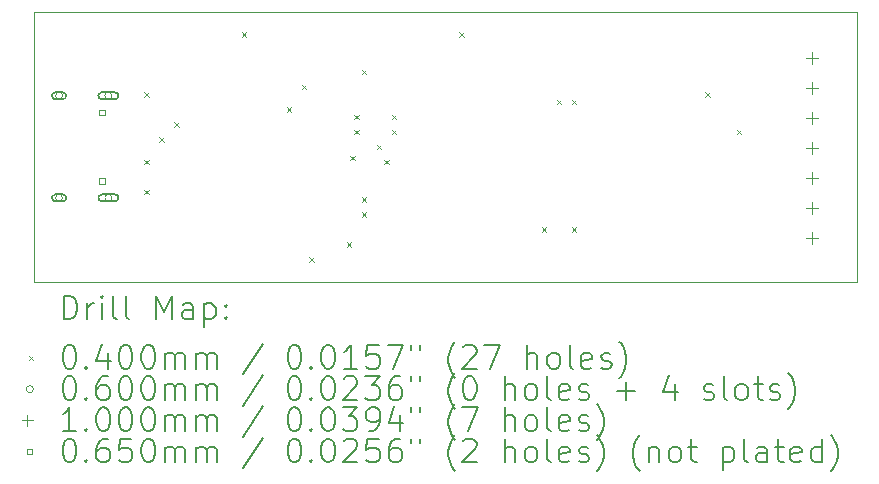
<source format=gbr>
%TF.GenerationSoftware,KiCad,Pcbnew,(6.0.10-dirty)*%
%TF.CreationDate,2022-12-24T01:30:49+01:00*%
%TF.ProjectId,esp32-cy7c65213-programmer,65737033-322d-4637-9937-633635323133,rev?*%
%TF.SameCoordinates,Original*%
%TF.FileFunction,Drillmap*%
%TF.FilePolarity,Positive*%
%FSLAX45Y45*%
G04 Gerber Fmt 4.5, Leading zero omitted, Abs format (unit mm)*
G04 Created by KiCad (PCBNEW (6.0.10-dirty)) date 2022-12-24 01:30:49*
%MOMM*%
%LPD*%
G01*
G04 APERTURE LIST*
%ADD10C,0.100000*%
%ADD11C,0.200000*%
%ADD12C,0.040000*%
%ADD13C,0.060000*%
%ADD14C,0.065000*%
G04 APERTURE END LIST*
D10*
X16052800Y-9715500D02*
X9080500Y-9715500D01*
X9080500Y-9715500D02*
X9080500Y-12001500D01*
X9080500Y-12001500D02*
X16052800Y-12001500D01*
X16052800Y-12001500D02*
X16052800Y-9715500D01*
D11*
D12*
X10013000Y-10394000D02*
X10053000Y-10434000D01*
X10053000Y-10394000D02*
X10013000Y-10434000D01*
X10013000Y-10965500D02*
X10053000Y-11005500D01*
X10053000Y-10965500D02*
X10013000Y-11005500D01*
X10013000Y-11219500D02*
X10053000Y-11259500D01*
X10053000Y-11219500D02*
X10013000Y-11259500D01*
X10140000Y-10775000D02*
X10180000Y-10815000D01*
X10180000Y-10775000D02*
X10140000Y-10815000D01*
X10267000Y-10648000D02*
X10307000Y-10688000D01*
X10307000Y-10648000D02*
X10267000Y-10688000D01*
X10838500Y-9886000D02*
X10878500Y-9926000D01*
X10878500Y-9886000D02*
X10838500Y-9926000D01*
X11219500Y-10521000D02*
X11259500Y-10561000D01*
X11259500Y-10521000D02*
X11219500Y-10561000D01*
X11346500Y-10330500D02*
X11386500Y-10370500D01*
X11386500Y-10330500D02*
X11346500Y-10370500D01*
X11410000Y-11791000D02*
X11450000Y-11831000D01*
X11450000Y-11791000D02*
X11410000Y-11831000D01*
X11727500Y-11664000D02*
X11767500Y-11704000D01*
X11767500Y-11664000D02*
X11727500Y-11704000D01*
X11758500Y-10933000D02*
X11798500Y-10973000D01*
X11798500Y-10933000D02*
X11758500Y-10973000D01*
X11791000Y-10584500D02*
X11831000Y-10624500D01*
X11831000Y-10584500D02*
X11791000Y-10624500D01*
X11791000Y-10711500D02*
X11831000Y-10751500D01*
X11831000Y-10711500D02*
X11791000Y-10751500D01*
X11854500Y-10203500D02*
X11894500Y-10243500D01*
X11894500Y-10203500D02*
X11854500Y-10243500D01*
X11854500Y-11283000D02*
X11894500Y-11323000D01*
X11894500Y-11283000D02*
X11854500Y-11323000D01*
X11854500Y-11410000D02*
X11894500Y-11450000D01*
X11894500Y-11410000D02*
X11854500Y-11450000D01*
X11981500Y-10838500D02*
X12021500Y-10878500D01*
X12021500Y-10838500D02*
X11981500Y-10878500D01*
X12045000Y-10965500D02*
X12085000Y-11005500D01*
X12085000Y-10965500D02*
X12045000Y-11005500D01*
X12108500Y-10584500D02*
X12148500Y-10624500D01*
X12148500Y-10584500D02*
X12108500Y-10624500D01*
X12108500Y-10711500D02*
X12148500Y-10751500D01*
X12148500Y-10711500D02*
X12108500Y-10751500D01*
X12680000Y-9886000D02*
X12720000Y-9926000D01*
X12720000Y-9886000D02*
X12680000Y-9926000D01*
X13378500Y-11537000D02*
X13418500Y-11577000D01*
X13418500Y-11537000D02*
X13378500Y-11577000D01*
X13505500Y-10457500D02*
X13545500Y-10497500D01*
X13545500Y-10457500D02*
X13505500Y-10497500D01*
X13632500Y-10457500D02*
X13672500Y-10497500D01*
X13672500Y-10457500D02*
X13632500Y-10497500D01*
X13632500Y-11537000D02*
X13672500Y-11577000D01*
X13672500Y-11537000D02*
X13632500Y-11577000D01*
X14762800Y-10394000D02*
X14802800Y-10434000D01*
X14802800Y-10394000D02*
X14762800Y-10434000D01*
X15029500Y-10712500D02*
X15069500Y-10752500D01*
X15069500Y-10712500D02*
X15029500Y-10752500D01*
D13*
X9323000Y-10426500D02*
G75*
G03*
X9323000Y-10426500I-30000J0D01*
G01*
D11*
X9323000Y-10396500D02*
X9263000Y-10396500D01*
X9323000Y-10456500D02*
X9263000Y-10456500D01*
X9263000Y-10396500D02*
G75*
G03*
X9263000Y-10456500I0J-30000D01*
G01*
X9323000Y-10456500D02*
G75*
G03*
X9323000Y-10396500I0J30000D01*
G01*
D13*
X9323000Y-11290500D02*
G75*
G03*
X9323000Y-11290500I-30000J0D01*
G01*
D11*
X9323000Y-11260500D02*
X9263000Y-11260500D01*
X9323000Y-11320500D02*
X9263000Y-11320500D01*
X9263000Y-11260500D02*
G75*
G03*
X9263000Y-11320500I0J-30000D01*
G01*
X9323000Y-11320500D02*
G75*
G03*
X9323000Y-11260500I0J30000D01*
G01*
D13*
X9741000Y-10426500D02*
G75*
G03*
X9741000Y-10426500I-30000J0D01*
G01*
D11*
X9766000Y-10396500D02*
X9656000Y-10396500D01*
X9766000Y-10456500D02*
X9656000Y-10456500D01*
X9656000Y-10396500D02*
G75*
G03*
X9656000Y-10456500I0J-30000D01*
G01*
X9766000Y-10456500D02*
G75*
G03*
X9766000Y-10396500I0J30000D01*
G01*
D13*
X9741000Y-11290500D02*
G75*
G03*
X9741000Y-11290500I-30000J0D01*
G01*
D11*
X9766000Y-11260500D02*
X9656000Y-11260500D01*
X9766000Y-11320500D02*
X9656000Y-11320500D01*
X9656000Y-11260500D02*
G75*
G03*
X9656000Y-11320500I0J-30000D01*
G01*
X9766000Y-11320500D02*
G75*
G03*
X9766000Y-11260500I0J30000D01*
G01*
D10*
X15666100Y-10058700D02*
X15666100Y-10158700D01*
X15616100Y-10108700D02*
X15716100Y-10108700D01*
X15666100Y-10312700D02*
X15666100Y-10412700D01*
X15616100Y-10362700D02*
X15716100Y-10362700D01*
X15666100Y-10566700D02*
X15666100Y-10666700D01*
X15616100Y-10616700D02*
X15716100Y-10616700D01*
X15666100Y-10820700D02*
X15666100Y-10920700D01*
X15616100Y-10870700D02*
X15716100Y-10870700D01*
X15666100Y-11074700D02*
X15666100Y-11174700D01*
X15616100Y-11124700D02*
X15716100Y-11124700D01*
X15666100Y-11328700D02*
X15666100Y-11428700D01*
X15616100Y-11378700D02*
X15716100Y-11378700D01*
X15666100Y-11582700D02*
X15666100Y-11682700D01*
X15616100Y-11632700D02*
X15716100Y-11632700D01*
D14*
X9680981Y-10592481D02*
X9680981Y-10546519D01*
X9635019Y-10546519D01*
X9635019Y-10592481D01*
X9680981Y-10592481D01*
X9680981Y-11170481D02*
X9680981Y-11124519D01*
X9635019Y-11124519D01*
X9635019Y-11170481D01*
X9680981Y-11170481D01*
D11*
X9333119Y-12316976D02*
X9333119Y-12116976D01*
X9380738Y-12116976D01*
X9409310Y-12126500D01*
X9428357Y-12145548D01*
X9437881Y-12164595D01*
X9447405Y-12202690D01*
X9447405Y-12231262D01*
X9437881Y-12269357D01*
X9428357Y-12288405D01*
X9409310Y-12307452D01*
X9380738Y-12316976D01*
X9333119Y-12316976D01*
X9533119Y-12316976D02*
X9533119Y-12183643D01*
X9533119Y-12221738D02*
X9542643Y-12202690D01*
X9552167Y-12193167D01*
X9571214Y-12183643D01*
X9590262Y-12183643D01*
X9656929Y-12316976D02*
X9656929Y-12183643D01*
X9656929Y-12116976D02*
X9647405Y-12126500D01*
X9656929Y-12136024D01*
X9666452Y-12126500D01*
X9656929Y-12116976D01*
X9656929Y-12136024D01*
X9780738Y-12316976D02*
X9761690Y-12307452D01*
X9752167Y-12288405D01*
X9752167Y-12116976D01*
X9885500Y-12316976D02*
X9866452Y-12307452D01*
X9856929Y-12288405D01*
X9856929Y-12116976D01*
X10114071Y-12316976D02*
X10114071Y-12116976D01*
X10180738Y-12259833D01*
X10247405Y-12116976D01*
X10247405Y-12316976D01*
X10428357Y-12316976D02*
X10428357Y-12212214D01*
X10418833Y-12193167D01*
X10399786Y-12183643D01*
X10361690Y-12183643D01*
X10342643Y-12193167D01*
X10428357Y-12307452D02*
X10409310Y-12316976D01*
X10361690Y-12316976D01*
X10342643Y-12307452D01*
X10333119Y-12288405D01*
X10333119Y-12269357D01*
X10342643Y-12250309D01*
X10361690Y-12240786D01*
X10409310Y-12240786D01*
X10428357Y-12231262D01*
X10523595Y-12183643D02*
X10523595Y-12383643D01*
X10523595Y-12193167D02*
X10542643Y-12183643D01*
X10580738Y-12183643D01*
X10599786Y-12193167D01*
X10609310Y-12202690D01*
X10618833Y-12221738D01*
X10618833Y-12278881D01*
X10609310Y-12297928D01*
X10599786Y-12307452D01*
X10580738Y-12316976D01*
X10542643Y-12316976D01*
X10523595Y-12307452D01*
X10704548Y-12297928D02*
X10714071Y-12307452D01*
X10704548Y-12316976D01*
X10695024Y-12307452D01*
X10704548Y-12297928D01*
X10704548Y-12316976D01*
X10704548Y-12193167D02*
X10714071Y-12202690D01*
X10704548Y-12212214D01*
X10695024Y-12202690D01*
X10704548Y-12193167D01*
X10704548Y-12212214D01*
D12*
X9035500Y-12626500D02*
X9075500Y-12666500D01*
X9075500Y-12626500D02*
X9035500Y-12666500D01*
D11*
X9371214Y-12536976D02*
X9390262Y-12536976D01*
X9409310Y-12546500D01*
X9418833Y-12556024D01*
X9428357Y-12575071D01*
X9437881Y-12613167D01*
X9437881Y-12660786D01*
X9428357Y-12698881D01*
X9418833Y-12717928D01*
X9409310Y-12727452D01*
X9390262Y-12736976D01*
X9371214Y-12736976D01*
X9352167Y-12727452D01*
X9342643Y-12717928D01*
X9333119Y-12698881D01*
X9323595Y-12660786D01*
X9323595Y-12613167D01*
X9333119Y-12575071D01*
X9342643Y-12556024D01*
X9352167Y-12546500D01*
X9371214Y-12536976D01*
X9523595Y-12717928D02*
X9533119Y-12727452D01*
X9523595Y-12736976D01*
X9514071Y-12727452D01*
X9523595Y-12717928D01*
X9523595Y-12736976D01*
X9704548Y-12603643D02*
X9704548Y-12736976D01*
X9656929Y-12527452D02*
X9609310Y-12670309D01*
X9733119Y-12670309D01*
X9847405Y-12536976D02*
X9866452Y-12536976D01*
X9885500Y-12546500D01*
X9895024Y-12556024D01*
X9904548Y-12575071D01*
X9914071Y-12613167D01*
X9914071Y-12660786D01*
X9904548Y-12698881D01*
X9895024Y-12717928D01*
X9885500Y-12727452D01*
X9866452Y-12736976D01*
X9847405Y-12736976D01*
X9828357Y-12727452D01*
X9818833Y-12717928D01*
X9809310Y-12698881D01*
X9799786Y-12660786D01*
X9799786Y-12613167D01*
X9809310Y-12575071D01*
X9818833Y-12556024D01*
X9828357Y-12546500D01*
X9847405Y-12536976D01*
X10037881Y-12536976D02*
X10056929Y-12536976D01*
X10075976Y-12546500D01*
X10085500Y-12556024D01*
X10095024Y-12575071D01*
X10104548Y-12613167D01*
X10104548Y-12660786D01*
X10095024Y-12698881D01*
X10085500Y-12717928D01*
X10075976Y-12727452D01*
X10056929Y-12736976D01*
X10037881Y-12736976D01*
X10018833Y-12727452D01*
X10009310Y-12717928D01*
X9999786Y-12698881D01*
X9990262Y-12660786D01*
X9990262Y-12613167D01*
X9999786Y-12575071D01*
X10009310Y-12556024D01*
X10018833Y-12546500D01*
X10037881Y-12536976D01*
X10190262Y-12736976D02*
X10190262Y-12603643D01*
X10190262Y-12622690D02*
X10199786Y-12613167D01*
X10218833Y-12603643D01*
X10247405Y-12603643D01*
X10266452Y-12613167D01*
X10275976Y-12632214D01*
X10275976Y-12736976D01*
X10275976Y-12632214D02*
X10285500Y-12613167D01*
X10304548Y-12603643D01*
X10333119Y-12603643D01*
X10352167Y-12613167D01*
X10361690Y-12632214D01*
X10361690Y-12736976D01*
X10456929Y-12736976D02*
X10456929Y-12603643D01*
X10456929Y-12622690D02*
X10466452Y-12613167D01*
X10485500Y-12603643D01*
X10514071Y-12603643D01*
X10533119Y-12613167D01*
X10542643Y-12632214D01*
X10542643Y-12736976D01*
X10542643Y-12632214D02*
X10552167Y-12613167D01*
X10571214Y-12603643D01*
X10599786Y-12603643D01*
X10618833Y-12613167D01*
X10628357Y-12632214D01*
X10628357Y-12736976D01*
X11018833Y-12527452D02*
X10847405Y-12784595D01*
X11275976Y-12536976D02*
X11295024Y-12536976D01*
X11314071Y-12546500D01*
X11323595Y-12556024D01*
X11333119Y-12575071D01*
X11342643Y-12613167D01*
X11342643Y-12660786D01*
X11333119Y-12698881D01*
X11323595Y-12717928D01*
X11314071Y-12727452D01*
X11295024Y-12736976D01*
X11275976Y-12736976D01*
X11256928Y-12727452D01*
X11247405Y-12717928D01*
X11237881Y-12698881D01*
X11228357Y-12660786D01*
X11228357Y-12613167D01*
X11237881Y-12575071D01*
X11247405Y-12556024D01*
X11256928Y-12546500D01*
X11275976Y-12536976D01*
X11428357Y-12717928D02*
X11437881Y-12727452D01*
X11428357Y-12736976D01*
X11418833Y-12727452D01*
X11428357Y-12717928D01*
X11428357Y-12736976D01*
X11561690Y-12536976D02*
X11580738Y-12536976D01*
X11599786Y-12546500D01*
X11609309Y-12556024D01*
X11618833Y-12575071D01*
X11628357Y-12613167D01*
X11628357Y-12660786D01*
X11618833Y-12698881D01*
X11609309Y-12717928D01*
X11599786Y-12727452D01*
X11580738Y-12736976D01*
X11561690Y-12736976D01*
X11542643Y-12727452D01*
X11533119Y-12717928D01*
X11523595Y-12698881D01*
X11514071Y-12660786D01*
X11514071Y-12613167D01*
X11523595Y-12575071D01*
X11533119Y-12556024D01*
X11542643Y-12546500D01*
X11561690Y-12536976D01*
X11818833Y-12736976D02*
X11704548Y-12736976D01*
X11761690Y-12736976D02*
X11761690Y-12536976D01*
X11742643Y-12565548D01*
X11723595Y-12584595D01*
X11704548Y-12594119D01*
X11999786Y-12536976D02*
X11904548Y-12536976D01*
X11895024Y-12632214D01*
X11904548Y-12622690D01*
X11923595Y-12613167D01*
X11971214Y-12613167D01*
X11990262Y-12622690D01*
X11999786Y-12632214D01*
X12009309Y-12651262D01*
X12009309Y-12698881D01*
X11999786Y-12717928D01*
X11990262Y-12727452D01*
X11971214Y-12736976D01*
X11923595Y-12736976D01*
X11904548Y-12727452D01*
X11895024Y-12717928D01*
X12075976Y-12536976D02*
X12209309Y-12536976D01*
X12123595Y-12736976D01*
X12275976Y-12536976D02*
X12275976Y-12575071D01*
X12352167Y-12536976D02*
X12352167Y-12575071D01*
X12647405Y-12813167D02*
X12637881Y-12803643D01*
X12618833Y-12775071D01*
X12609309Y-12756024D01*
X12599786Y-12727452D01*
X12590262Y-12679833D01*
X12590262Y-12641738D01*
X12599786Y-12594119D01*
X12609309Y-12565548D01*
X12618833Y-12546500D01*
X12637881Y-12517928D01*
X12647405Y-12508405D01*
X12714071Y-12556024D02*
X12723595Y-12546500D01*
X12742643Y-12536976D01*
X12790262Y-12536976D01*
X12809309Y-12546500D01*
X12818833Y-12556024D01*
X12828357Y-12575071D01*
X12828357Y-12594119D01*
X12818833Y-12622690D01*
X12704548Y-12736976D01*
X12828357Y-12736976D01*
X12895024Y-12536976D02*
X13028357Y-12536976D01*
X12942643Y-12736976D01*
X13256928Y-12736976D02*
X13256928Y-12536976D01*
X13342643Y-12736976D02*
X13342643Y-12632214D01*
X13333119Y-12613167D01*
X13314071Y-12603643D01*
X13285500Y-12603643D01*
X13266452Y-12613167D01*
X13256928Y-12622690D01*
X13466452Y-12736976D02*
X13447405Y-12727452D01*
X13437881Y-12717928D01*
X13428357Y-12698881D01*
X13428357Y-12641738D01*
X13437881Y-12622690D01*
X13447405Y-12613167D01*
X13466452Y-12603643D01*
X13495024Y-12603643D01*
X13514071Y-12613167D01*
X13523595Y-12622690D01*
X13533119Y-12641738D01*
X13533119Y-12698881D01*
X13523595Y-12717928D01*
X13514071Y-12727452D01*
X13495024Y-12736976D01*
X13466452Y-12736976D01*
X13647405Y-12736976D02*
X13628357Y-12727452D01*
X13618833Y-12708405D01*
X13618833Y-12536976D01*
X13799786Y-12727452D02*
X13780738Y-12736976D01*
X13742643Y-12736976D01*
X13723595Y-12727452D01*
X13714071Y-12708405D01*
X13714071Y-12632214D01*
X13723595Y-12613167D01*
X13742643Y-12603643D01*
X13780738Y-12603643D01*
X13799786Y-12613167D01*
X13809309Y-12632214D01*
X13809309Y-12651262D01*
X13714071Y-12670309D01*
X13885500Y-12727452D02*
X13904548Y-12736976D01*
X13942643Y-12736976D01*
X13961690Y-12727452D01*
X13971214Y-12708405D01*
X13971214Y-12698881D01*
X13961690Y-12679833D01*
X13942643Y-12670309D01*
X13914071Y-12670309D01*
X13895024Y-12660786D01*
X13885500Y-12641738D01*
X13885500Y-12632214D01*
X13895024Y-12613167D01*
X13914071Y-12603643D01*
X13942643Y-12603643D01*
X13961690Y-12613167D01*
X14037881Y-12813167D02*
X14047405Y-12803643D01*
X14066452Y-12775071D01*
X14075976Y-12756024D01*
X14085500Y-12727452D01*
X14095024Y-12679833D01*
X14095024Y-12641738D01*
X14085500Y-12594119D01*
X14075976Y-12565548D01*
X14066452Y-12546500D01*
X14047405Y-12517928D01*
X14037881Y-12508405D01*
D13*
X9075500Y-12910500D02*
G75*
G03*
X9075500Y-12910500I-30000J0D01*
G01*
D11*
X9371214Y-12800976D02*
X9390262Y-12800976D01*
X9409310Y-12810500D01*
X9418833Y-12820024D01*
X9428357Y-12839071D01*
X9437881Y-12877167D01*
X9437881Y-12924786D01*
X9428357Y-12962881D01*
X9418833Y-12981928D01*
X9409310Y-12991452D01*
X9390262Y-13000976D01*
X9371214Y-13000976D01*
X9352167Y-12991452D01*
X9342643Y-12981928D01*
X9333119Y-12962881D01*
X9323595Y-12924786D01*
X9323595Y-12877167D01*
X9333119Y-12839071D01*
X9342643Y-12820024D01*
X9352167Y-12810500D01*
X9371214Y-12800976D01*
X9523595Y-12981928D02*
X9533119Y-12991452D01*
X9523595Y-13000976D01*
X9514071Y-12991452D01*
X9523595Y-12981928D01*
X9523595Y-13000976D01*
X9704548Y-12800976D02*
X9666452Y-12800976D01*
X9647405Y-12810500D01*
X9637881Y-12820024D01*
X9618833Y-12848595D01*
X9609310Y-12886690D01*
X9609310Y-12962881D01*
X9618833Y-12981928D01*
X9628357Y-12991452D01*
X9647405Y-13000976D01*
X9685500Y-13000976D01*
X9704548Y-12991452D01*
X9714071Y-12981928D01*
X9723595Y-12962881D01*
X9723595Y-12915262D01*
X9714071Y-12896214D01*
X9704548Y-12886690D01*
X9685500Y-12877167D01*
X9647405Y-12877167D01*
X9628357Y-12886690D01*
X9618833Y-12896214D01*
X9609310Y-12915262D01*
X9847405Y-12800976D02*
X9866452Y-12800976D01*
X9885500Y-12810500D01*
X9895024Y-12820024D01*
X9904548Y-12839071D01*
X9914071Y-12877167D01*
X9914071Y-12924786D01*
X9904548Y-12962881D01*
X9895024Y-12981928D01*
X9885500Y-12991452D01*
X9866452Y-13000976D01*
X9847405Y-13000976D01*
X9828357Y-12991452D01*
X9818833Y-12981928D01*
X9809310Y-12962881D01*
X9799786Y-12924786D01*
X9799786Y-12877167D01*
X9809310Y-12839071D01*
X9818833Y-12820024D01*
X9828357Y-12810500D01*
X9847405Y-12800976D01*
X10037881Y-12800976D02*
X10056929Y-12800976D01*
X10075976Y-12810500D01*
X10085500Y-12820024D01*
X10095024Y-12839071D01*
X10104548Y-12877167D01*
X10104548Y-12924786D01*
X10095024Y-12962881D01*
X10085500Y-12981928D01*
X10075976Y-12991452D01*
X10056929Y-13000976D01*
X10037881Y-13000976D01*
X10018833Y-12991452D01*
X10009310Y-12981928D01*
X9999786Y-12962881D01*
X9990262Y-12924786D01*
X9990262Y-12877167D01*
X9999786Y-12839071D01*
X10009310Y-12820024D01*
X10018833Y-12810500D01*
X10037881Y-12800976D01*
X10190262Y-13000976D02*
X10190262Y-12867643D01*
X10190262Y-12886690D02*
X10199786Y-12877167D01*
X10218833Y-12867643D01*
X10247405Y-12867643D01*
X10266452Y-12877167D01*
X10275976Y-12896214D01*
X10275976Y-13000976D01*
X10275976Y-12896214D02*
X10285500Y-12877167D01*
X10304548Y-12867643D01*
X10333119Y-12867643D01*
X10352167Y-12877167D01*
X10361690Y-12896214D01*
X10361690Y-13000976D01*
X10456929Y-13000976D02*
X10456929Y-12867643D01*
X10456929Y-12886690D02*
X10466452Y-12877167D01*
X10485500Y-12867643D01*
X10514071Y-12867643D01*
X10533119Y-12877167D01*
X10542643Y-12896214D01*
X10542643Y-13000976D01*
X10542643Y-12896214D02*
X10552167Y-12877167D01*
X10571214Y-12867643D01*
X10599786Y-12867643D01*
X10618833Y-12877167D01*
X10628357Y-12896214D01*
X10628357Y-13000976D01*
X11018833Y-12791452D02*
X10847405Y-13048595D01*
X11275976Y-12800976D02*
X11295024Y-12800976D01*
X11314071Y-12810500D01*
X11323595Y-12820024D01*
X11333119Y-12839071D01*
X11342643Y-12877167D01*
X11342643Y-12924786D01*
X11333119Y-12962881D01*
X11323595Y-12981928D01*
X11314071Y-12991452D01*
X11295024Y-13000976D01*
X11275976Y-13000976D01*
X11256928Y-12991452D01*
X11247405Y-12981928D01*
X11237881Y-12962881D01*
X11228357Y-12924786D01*
X11228357Y-12877167D01*
X11237881Y-12839071D01*
X11247405Y-12820024D01*
X11256928Y-12810500D01*
X11275976Y-12800976D01*
X11428357Y-12981928D02*
X11437881Y-12991452D01*
X11428357Y-13000976D01*
X11418833Y-12991452D01*
X11428357Y-12981928D01*
X11428357Y-13000976D01*
X11561690Y-12800976D02*
X11580738Y-12800976D01*
X11599786Y-12810500D01*
X11609309Y-12820024D01*
X11618833Y-12839071D01*
X11628357Y-12877167D01*
X11628357Y-12924786D01*
X11618833Y-12962881D01*
X11609309Y-12981928D01*
X11599786Y-12991452D01*
X11580738Y-13000976D01*
X11561690Y-13000976D01*
X11542643Y-12991452D01*
X11533119Y-12981928D01*
X11523595Y-12962881D01*
X11514071Y-12924786D01*
X11514071Y-12877167D01*
X11523595Y-12839071D01*
X11533119Y-12820024D01*
X11542643Y-12810500D01*
X11561690Y-12800976D01*
X11704548Y-12820024D02*
X11714071Y-12810500D01*
X11733119Y-12800976D01*
X11780738Y-12800976D01*
X11799786Y-12810500D01*
X11809309Y-12820024D01*
X11818833Y-12839071D01*
X11818833Y-12858119D01*
X11809309Y-12886690D01*
X11695024Y-13000976D01*
X11818833Y-13000976D01*
X11885500Y-12800976D02*
X12009309Y-12800976D01*
X11942643Y-12877167D01*
X11971214Y-12877167D01*
X11990262Y-12886690D01*
X11999786Y-12896214D01*
X12009309Y-12915262D01*
X12009309Y-12962881D01*
X11999786Y-12981928D01*
X11990262Y-12991452D01*
X11971214Y-13000976D01*
X11914071Y-13000976D01*
X11895024Y-12991452D01*
X11885500Y-12981928D01*
X12180738Y-12800976D02*
X12142643Y-12800976D01*
X12123595Y-12810500D01*
X12114071Y-12820024D01*
X12095024Y-12848595D01*
X12085500Y-12886690D01*
X12085500Y-12962881D01*
X12095024Y-12981928D01*
X12104548Y-12991452D01*
X12123595Y-13000976D01*
X12161690Y-13000976D01*
X12180738Y-12991452D01*
X12190262Y-12981928D01*
X12199786Y-12962881D01*
X12199786Y-12915262D01*
X12190262Y-12896214D01*
X12180738Y-12886690D01*
X12161690Y-12877167D01*
X12123595Y-12877167D01*
X12104548Y-12886690D01*
X12095024Y-12896214D01*
X12085500Y-12915262D01*
X12275976Y-12800976D02*
X12275976Y-12839071D01*
X12352167Y-12800976D02*
X12352167Y-12839071D01*
X12647405Y-13077167D02*
X12637881Y-13067643D01*
X12618833Y-13039071D01*
X12609309Y-13020024D01*
X12599786Y-12991452D01*
X12590262Y-12943833D01*
X12590262Y-12905738D01*
X12599786Y-12858119D01*
X12609309Y-12829548D01*
X12618833Y-12810500D01*
X12637881Y-12781928D01*
X12647405Y-12772405D01*
X12761690Y-12800976D02*
X12780738Y-12800976D01*
X12799786Y-12810500D01*
X12809309Y-12820024D01*
X12818833Y-12839071D01*
X12828357Y-12877167D01*
X12828357Y-12924786D01*
X12818833Y-12962881D01*
X12809309Y-12981928D01*
X12799786Y-12991452D01*
X12780738Y-13000976D01*
X12761690Y-13000976D01*
X12742643Y-12991452D01*
X12733119Y-12981928D01*
X12723595Y-12962881D01*
X12714071Y-12924786D01*
X12714071Y-12877167D01*
X12723595Y-12839071D01*
X12733119Y-12820024D01*
X12742643Y-12810500D01*
X12761690Y-12800976D01*
X13066452Y-13000976D02*
X13066452Y-12800976D01*
X13152167Y-13000976D02*
X13152167Y-12896214D01*
X13142643Y-12877167D01*
X13123595Y-12867643D01*
X13095024Y-12867643D01*
X13075976Y-12877167D01*
X13066452Y-12886690D01*
X13275976Y-13000976D02*
X13256928Y-12991452D01*
X13247405Y-12981928D01*
X13237881Y-12962881D01*
X13237881Y-12905738D01*
X13247405Y-12886690D01*
X13256928Y-12877167D01*
X13275976Y-12867643D01*
X13304548Y-12867643D01*
X13323595Y-12877167D01*
X13333119Y-12886690D01*
X13342643Y-12905738D01*
X13342643Y-12962881D01*
X13333119Y-12981928D01*
X13323595Y-12991452D01*
X13304548Y-13000976D01*
X13275976Y-13000976D01*
X13456928Y-13000976D02*
X13437881Y-12991452D01*
X13428357Y-12972405D01*
X13428357Y-12800976D01*
X13609309Y-12991452D02*
X13590262Y-13000976D01*
X13552167Y-13000976D01*
X13533119Y-12991452D01*
X13523595Y-12972405D01*
X13523595Y-12896214D01*
X13533119Y-12877167D01*
X13552167Y-12867643D01*
X13590262Y-12867643D01*
X13609309Y-12877167D01*
X13618833Y-12896214D01*
X13618833Y-12915262D01*
X13523595Y-12934309D01*
X13695024Y-12991452D02*
X13714071Y-13000976D01*
X13752167Y-13000976D01*
X13771214Y-12991452D01*
X13780738Y-12972405D01*
X13780738Y-12962881D01*
X13771214Y-12943833D01*
X13752167Y-12934309D01*
X13723595Y-12934309D01*
X13704548Y-12924786D01*
X13695024Y-12905738D01*
X13695024Y-12896214D01*
X13704548Y-12877167D01*
X13723595Y-12867643D01*
X13752167Y-12867643D01*
X13771214Y-12877167D01*
X14018833Y-12924786D02*
X14171214Y-12924786D01*
X14095024Y-13000976D02*
X14095024Y-12848595D01*
X14504548Y-12867643D02*
X14504548Y-13000976D01*
X14456928Y-12791452D02*
X14409309Y-12934309D01*
X14533119Y-12934309D01*
X14752167Y-12991452D02*
X14771214Y-13000976D01*
X14809309Y-13000976D01*
X14828357Y-12991452D01*
X14837881Y-12972405D01*
X14837881Y-12962881D01*
X14828357Y-12943833D01*
X14809309Y-12934309D01*
X14780738Y-12934309D01*
X14761690Y-12924786D01*
X14752167Y-12905738D01*
X14752167Y-12896214D01*
X14761690Y-12877167D01*
X14780738Y-12867643D01*
X14809309Y-12867643D01*
X14828357Y-12877167D01*
X14952167Y-13000976D02*
X14933119Y-12991452D01*
X14923595Y-12972405D01*
X14923595Y-12800976D01*
X15056928Y-13000976D02*
X15037881Y-12991452D01*
X15028357Y-12981928D01*
X15018833Y-12962881D01*
X15018833Y-12905738D01*
X15028357Y-12886690D01*
X15037881Y-12877167D01*
X15056928Y-12867643D01*
X15085500Y-12867643D01*
X15104548Y-12877167D01*
X15114071Y-12886690D01*
X15123595Y-12905738D01*
X15123595Y-12962881D01*
X15114071Y-12981928D01*
X15104548Y-12991452D01*
X15085500Y-13000976D01*
X15056928Y-13000976D01*
X15180738Y-12867643D02*
X15256928Y-12867643D01*
X15209309Y-12800976D02*
X15209309Y-12972405D01*
X15218833Y-12991452D01*
X15237881Y-13000976D01*
X15256928Y-13000976D01*
X15314071Y-12991452D02*
X15333119Y-13000976D01*
X15371214Y-13000976D01*
X15390262Y-12991452D01*
X15399786Y-12972405D01*
X15399786Y-12962881D01*
X15390262Y-12943833D01*
X15371214Y-12934309D01*
X15342643Y-12934309D01*
X15323595Y-12924786D01*
X15314071Y-12905738D01*
X15314071Y-12896214D01*
X15323595Y-12877167D01*
X15342643Y-12867643D01*
X15371214Y-12867643D01*
X15390262Y-12877167D01*
X15466452Y-13077167D02*
X15475976Y-13067643D01*
X15495024Y-13039071D01*
X15504548Y-13020024D01*
X15514071Y-12991452D01*
X15523595Y-12943833D01*
X15523595Y-12905738D01*
X15514071Y-12858119D01*
X15504548Y-12829548D01*
X15495024Y-12810500D01*
X15475976Y-12781928D01*
X15466452Y-12772405D01*
D10*
X9025500Y-13124500D02*
X9025500Y-13224500D01*
X8975500Y-13174500D02*
X9075500Y-13174500D01*
D11*
X9437881Y-13264976D02*
X9323595Y-13264976D01*
X9380738Y-13264976D02*
X9380738Y-13064976D01*
X9361690Y-13093548D01*
X9342643Y-13112595D01*
X9323595Y-13122119D01*
X9523595Y-13245928D02*
X9533119Y-13255452D01*
X9523595Y-13264976D01*
X9514071Y-13255452D01*
X9523595Y-13245928D01*
X9523595Y-13264976D01*
X9656929Y-13064976D02*
X9675976Y-13064976D01*
X9695024Y-13074500D01*
X9704548Y-13084024D01*
X9714071Y-13103071D01*
X9723595Y-13141167D01*
X9723595Y-13188786D01*
X9714071Y-13226881D01*
X9704548Y-13245928D01*
X9695024Y-13255452D01*
X9675976Y-13264976D01*
X9656929Y-13264976D01*
X9637881Y-13255452D01*
X9628357Y-13245928D01*
X9618833Y-13226881D01*
X9609310Y-13188786D01*
X9609310Y-13141167D01*
X9618833Y-13103071D01*
X9628357Y-13084024D01*
X9637881Y-13074500D01*
X9656929Y-13064976D01*
X9847405Y-13064976D02*
X9866452Y-13064976D01*
X9885500Y-13074500D01*
X9895024Y-13084024D01*
X9904548Y-13103071D01*
X9914071Y-13141167D01*
X9914071Y-13188786D01*
X9904548Y-13226881D01*
X9895024Y-13245928D01*
X9885500Y-13255452D01*
X9866452Y-13264976D01*
X9847405Y-13264976D01*
X9828357Y-13255452D01*
X9818833Y-13245928D01*
X9809310Y-13226881D01*
X9799786Y-13188786D01*
X9799786Y-13141167D01*
X9809310Y-13103071D01*
X9818833Y-13084024D01*
X9828357Y-13074500D01*
X9847405Y-13064976D01*
X10037881Y-13064976D02*
X10056929Y-13064976D01*
X10075976Y-13074500D01*
X10085500Y-13084024D01*
X10095024Y-13103071D01*
X10104548Y-13141167D01*
X10104548Y-13188786D01*
X10095024Y-13226881D01*
X10085500Y-13245928D01*
X10075976Y-13255452D01*
X10056929Y-13264976D01*
X10037881Y-13264976D01*
X10018833Y-13255452D01*
X10009310Y-13245928D01*
X9999786Y-13226881D01*
X9990262Y-13188786D01*
X9990262Y-13141167D01*
X9999786Y-13103071D01*
X10009310Y-13084024D01*
X10018833Y-13074500D01*
X10037881Y-13064976D01*
X10190262Y-13264976D02*
X10190262Y-13131643D01*
X10190262Y-13150690D02*
X10199786Y-13141167D01*
X10218833Y-13131643D01*
X10247405Y-13131643D01*
X10266452Y-13141167D01*
X10275976Y-13160214D01*
X10275976Y-13264976D01*
X10275976Y-13160214D02*
X10285500Y-13141167D01*
X10304548Y-13131643D01*
X10333119Y-13131643D01*
X10352167Y-13141167D01*
X10361690Y-13160214D01*
X10361690Y-13264976D01*
X10456929Y-13264976D02*
X10456929Y-13131643D01*
X10456929Y-13150690D02*
X10466452Y-13141167D01*
X10485500Y-13131643D01*
X10514071Y-13131643D01*
X10533119Y-13141167D01*
X10542643Y-13160214D01*
X10542643Y-13264976D01*
X10542643Y-13160214D02*
X10552167Y-13141167D01*
X10571214Y-13131643D01*
X10599786Y-13131643D01*
X10618833Y-13141167D01*
X10628357Y-13160214D01*
X10628357Y-13264976D01*
X11018833Y-13055452D02*
X10847405Y-13312595D01*
X11275976Y-13064976D02*
X11295024Y-13064976D01*
X11314071Y-13074500D01*
X11323595Y-13084024D01*
X11333119Y-13103071D01*
X11342643Y-13141167D01*
X11342643Y-13188786D01*
X11333119Y-13226881D01*
X11323595Y-13245928D01*
X11314071Y-13255452D01*
X11295024Y-13264976D01*
X11275976Y-13264976D01*
X11256928Y-13255452D01*
X11247405Y-13245928D01*
X11237881Y-13226881D01*
X11228357Y-13188786D01*
X11228357Y-13141167D01*
X11237881Y-13103071D01*
X11247405Y-13084024D01*
X11256928Y-13074500D01*
X11275976Y-13064976D01*
X11428357Y-13245928D02*
X11437881Y-13255452D01*
X11428357Y-13264976D01*
X11418833Y-13255452D01*
X11428357Y-13245928D01*
X11428357Y-13264976D01*
X11561690Y-13064976D02*
X11580738Y-13064976D01*
X11599786Y-13074500D01*
X11609309Y-13084024D01*
X11618833Y-13103071D01*
X11628357Y-13141167D01*
X11628357Y-13188786D01*
X11618833Y-13226881D01*
X11609309Y-13245928D01*
X11599786Y-13255452D01*
X11580738Y-13264976D01*
X11561690Y-13264976D01*
X11542643Y-13255452D01*
X11533119Y-13245928D01*
X11523595Y-13226881D01*
X11514071Y-13188786D01*
X11514071Y-13141167D01*
X11523595Y-13103071D01*
X11533119Y-13084024D01*
X11542643Y-13074500D01*
X11561690Y-13064976D01*
X11695024Y-13064976D02*
X11818833Y-13064976D01*
X11752167Y-13141167D01*
X11780738Y-13141167D01*
X11799786Y-13150690D01*
X11809309Y-13160214D01*
X11818833Y-13179262D01*
X11818833Y-13226881D01*
X11809309Y-13245928D01*
X11799786Y-13255452D01*
X11780738Y-13264976D01*
X11723595Y-13264976D01*
X11704548Y-13255452D01*
X11695024Y-13245928D01*
X11914071Y-13264976D02*
X11952167Y-13264976D01*
X11971214Y-13255452D01*
X11980738Y-13245928D01*
X11999786Y-13217357D01*
X12009309Y-13179262D01*
X12009309Y-13103071D01*
X11999786Y-13084024D01*
X11990262Y-13074500D01*
X11971214Y-13064976D01*
X11933119Y-13064976D01*
X11914071Y-13074500D01*
X11904548Y-13084024D01*
X11895024Y-13103071D01*
X11895024Y-13150690D01*
X11904548Y-13169738D01*
X11914071Y-13179262D01*
X11933119Y-13188786D01*
X11971214Y-13188786D01*
X11990262Y-13179262D01*
X11999786Y-13169738D01*
X12009309Y-13150690D01*
X12180738Y-13131643D02*
X12180738Y-13264976D01*
X12133119Y-13055452D02*
X12085500Y-13198309D01*
X12209309Y-13198309D01*
X12275976Y-13064976D02*
X12275976Y-13103071D01*
X12352167Y-13064976D02*
X12352167Y-13103071D01*
X12647405Y-13341167D02*
X12637881Y-13331643D01*
X12618833Y-13303071D01*
X12609309Y-13284024D01*
X12599786Y-13255452D01*
X12590262Y-13207833D01*
X12590262Y-13169738D01*
X12599786Y-13122119D01*
X12609309Y-13093548D01*
X12618833Y-13074500D01*
X12637881Y-13045928D01*
X12647405Y-13036405D01*
X12704548Y-13064976D02*
X12837881Y-13064976D01*
X12752167Y-13264976D01*
X13066452Y-13264976D02*
X13066452Y-13064976D01*
X13152167Y-13264976D02*
X13152167Y-13160214D01*
X13142643Y-13141167D01*
X13123595Y-13131643D01*
X13095024Y-13131643D01*
X13075976Y-13141167D01*
X13066452Y-13150690D01*
X13275976Y-13264976D02*
X13256928Y-13255452D01*
X13247405Y-13245928D01*
X13237881Y-13226881D01*
X13237881Y-13169738D01*
X13247405Y-13150690D01*
X13256928Y-13141167D01*
X13275976Y-13131643D01*
X13304548Y-13131643D01*
X13323595Y-13141167D01*
X13333119Y-13150690D01*
X13342643Y-13169738D01*
X13342643Y-13226881D01*
X13333119Y-13245928D01*
X13323595Y-13255452D01*
X13304548Y-13264976D01*
X13275976Y-13264976D01*
X13456928Y-13264976D02*
X13437881Y-13255452D01*
X13428357Y-13236405D01*
X13428357Y-13064976D01*
X13609309Y-13255452D02*
X13590262Y-13264976D01*
X13552167Y-13264976D01*
X13533119Y-13255452D01*
X13523595Y-13236405D01*
X13523595Y-13160214D01*
X13533119Y-13141167D01*
X13552167Y-13131643D01*
X13590262Y-13131643D01*
X13609309Y-13141167D01*
X13618833Y-13160214D01*
X13618833Y-13179262D01*
X13523595Y-13198309D01*
X13695024Y-13255452D02*
X13714071Y-13264976D01*
X13752167Y-13264976D01*
X13771214Y-13255452D01*
X13780738Y-13236405D01*
X13780738Y-13226881D01*
X13771214Y-13207833D01*
X13752167Y-13198309D01*
X13723595Y-13198309D01*
X13704548Y-13188786D01*
X13695024Y-13169738D01*
X13695024Y-13160214D01*
X13704548Y-13141167D01*
X13723595Y-13131643D01*
X13752167Y-13131643D01*
X13771214Y-13141167D01*
X13847405Y-13341167D02*
X13856928Y-13331643D01*
X13875976Y-13303071D01*
X13885500Y-13284024D01*
X13895024Y-13255452D01*
X13904548Y-13207833D01*
X13904548Y-13169738D01*
X13895024Y-13122119D01*
X13885500Y-13093548D01*
X13875976Y-13074500D01*
X13856928Y-13045928D01*
X13847405Y-13036405D01*
D14*
X9065981Y-13461481D02*
X9065981Y-13415519D01*
X9020019Y-13415519D01*
X9020019Y-13461481D01*
X9065981Y-13461481D01*
D11*
X9371214Y-13328976D02*
X9390262Y-13328976D01*
X9409310Y-13338500D01*
X9418833Y-13348024D01*
X9428357Y-13367071D01*
X9437881Y-13405167D01*
X9437881Y-13452786D01*
X9428357Y-13490881D01*
X9418833Y-13509928D01*
X9409310Y-13519452D01*
X9390262Y-13528976D01*
X9371214Y-13528976D01*
X9352167Y-13519452D01*
X9342643Y-13509928D01*
X9333119Y-13490881D01*
X9323595Y-13452786D01*
X9323595Y-13405167D01*
X9333119Y-13367071D01*
X9342643Y-13348024D01*
X9352167Y-13338500D01*
X9371214Y-13328976D01*
X9523595Y-13509928D02*
X9533119Y-13519452D01*
X9523595Y-13528976D01*
X9514071Y-13519452D01*
X9523595Y-13509928D01*
X9523595Y-13528976D01*
X9704548Y-13328976D02*
X9666452Y-13328976D01*
X9647405Y-13338500D01*
X9637881Y-13348024D01*
X9618833Y-13376595D01*
X9609310Y-13414690D01*
X9609310Y-13490881D01*
X9618833Y-13509928D01*
X9628357Y-13519452D01*
X9647405Y-13528976D01*
X9685500Y-13528976D01*
X9704548Y-13519452D01*
X9714071Y-13509928D01*
X9723595Y-13490881D01*
X9723595Y-13443262D01*
X9714071Y-13424214D01*
X9704548Y-13414690D01*
X9685500Y-13405167D01*
X9647405Y-13405167D01*
X9628357Y-13414690D01*
X9618833Y-13424214D01*
X9609310Y-13443262D01*
X9904548Y-13328976D02*
X9809310Y-13328976D01*
X9799786Y-13424214D01*
X9809310Y-13414690D01*
X9828357Y-13405167D01*
X9875976Y-13405167D01*
X9895024Y-13414690D01*
X9904548Y-13424214D01*
X9914071Y-13443262D01*
X9914071Y-13490881D01*
X9904548Y-13509928D01*
X9895024Y-13519452D01*
X9875976Y-13528976D01*
X9828357Y-13528976D01*
X9809310Y-13519452D01*
X9799786Y-13509928D01*
X10037881Y-13328976D02*
X10056929Y-13328976D01*
X10075976Y-13338500D01*
X10085500Y-13348024D01*
X10095024Y-13367071D01*
X10104548Y-13405167D01*
X10104548Y-13452786D01*
X10095024Y-13490881D01*
X10085500Y-13509928D01*
X10075976Y-13519452D01*
X10056929Y-13528976D01*
X10037881Y-13528976D01*
X10018833Y-13519452D01*
X10009310Y-13509928D01*
X9999786Y-13490881D01*
X9990262Y-13452786D01*
X9990262Y-13405167D01*
X9999786Y-13367071D01*
X10009310Y-13348024D01*
X10018833Y-13338500D01*
X10037881Y-13328976D01*
X10190262Y-13528976D02*
X10190262Y-13395643D01*
X10190262Y-13414690D02*
X10199786Y-13405167D01*
X10218833Y-13395643D01*
X10247405Y-13395643D01*
X10266452Y-13405167D01*
X10275976Y-13424214D01*
X10275976Y-13528976D01*
X10275976Y-13424214D02*
X10285500Y-13405167D01*
X10304548Y-13395643D01*
X10333119Y-13395643D01*
X10352167Y-13405167D01*
X10361690Y-13424214D01*
X10361690Y-13528976D01*
X10456929Y-13528976D02*
X10456929Y-13395643D01*
X10456929Y-13414690D02*
X10466452Y-13405167D01*
X10485500Y-13395643D01*
X10514071Y-13395643D01*
X10533119Y-13405167D01*
X10542643Y-13424214D01*
X10542643Y-13528976D01*
X10542643Y-13424214D02*
X10552167Y-13405167D01*
X10571214Y-13395643D01*
X10599786Y-13395643D01*
X10618833Y-13405167D01*
X10628357Y-13424214D01*
X10628357Y-13528976D01*
X11018833Y-13319452D02*
X10847405Y-13576595D01*
X11275976Y-13328976D02*
X11295024Y-13328976D01*
X11314071Y-13338500D01*
X11323595Y-13348024D01*
X11333119Y-13367071D01*
X11342643Y-13405167D01*
X11342643Y-13452786D01*
X11333119Y-13490881D01*
X11323595Y-13509928D01*
X11314071Y-13519452D01*
X11295024Y-13528976D01*
X11275976Y-13528976D01*
X11256928Y-13519452D01*
X11247405Y-13509928D01*
X11237881Y-13490881D01*
X11228357Y-13452786D01*
X11228357Y-13405167D01*
X11237881Y-13367071D01*
X11247405Y-13348024D01*
X11256928Y-13338500D01*
X11275976Y-13328976D01*
X11428357Y-13509928D02*
X11437881Y-13519452D01*
X11428357Y-13528976D01*
X11418833Y-13519452D01*
X11428357Y-13509928D01*
X11428357Y-13528976D01*
X11561690Y-13328976D02*
X11580738Y-13328976D01*
X11599786Y-13338500D01*
X11609309Y-13348024D01*
X11618833Y-13367071D01*
X11628357Y-13405167D01*
X11628357Y-13452786D01*
X11618833Y-13490881D01*
X11609309Y-13509928D01*
X11599786Y-13519452D01*
X11580738Y-13528976D01*
X11561690Y-13528976D01*
X11542643Y-13519452D01*
X11533119Y-13509928D01*
X11523595Y-13490881D01*
X11514071Y-13452786D01*
X11514071Y-13405167D01*
X11523595Y-13367071D01*
X11533119Y-13348024D01*
X11542643Y-13338500D01*
X11561690Y-13328976D01*
X11704548Y-13348024D02*
X11714071Y-13338500D01*
X11733119Y-13328976D01*
X11780738Y-13328976D01*
X11799786Y-13338500D01*
X11809309Y-13348024D01*
X11818833Y-13367071D01*
X11818833Y-13386119D01*
X11809309Y-13414690D01*
X11695024Y-13528976D01*
X11818833Y-13528976D01*
X11999786Y-13328976D02*
X11904548Y-13328976D01*
X11895024Y-13424214D01*
X11904548Y-13414690D01*
X11923595Y-13405167D01*
X11971214Y-13405167D01*
X11990262Y-13414690D01*
X11999786Y-13424214D01*
X12009309Y-13443262D01*
X12009309Y-13490881D01*
X11999786Y-13509928D01*
X11990262Y-13519452D01*
X11971214Y-13528976D01*
X11923595Y-13528976D01*
X11904548Y-13519452D01*
X11895024Y-13509928D01*
X12180738Y-13328976D02*
X12142643Y-13328976D01*
X12123595Y-13338500D01*
X12114071Y-13348024D01*
X12095024Y-13376595D01*
X12085500Y-13414690D01*
X12085500Y-13490881D01*
X12095024Y-13509928D01*
X12104548Y-13519452D01*
X12123595Y-13528976D01*
X12161690Y-13528976D01*
X12180738Y-13519452D01*
X12190262Y-13509928D01*
X12199786Y-13490881D01*
X12199786Y-13443262D01*
X12190262Y-13424214D01*
X12180738Y-13414690D01*
X12161690Y-13405167D01*
X12123595Y-13405167D01*
X12104548Y-13414690D01*
X12095024Y-13424214D01*
X12085500Y-13443262D01*
X12275976Y-13328976D02*
X12275976Y-13367071D01*
X12352167Y-13328976D02*
X12352167Y-13367071D01*
X12647405Y-13605167D02*
X12637881Y-13595643D01*
X12618833Y-13567071D01*
X12609309Y-13548024D01*
X12599786Y-13519452D01*
X12590262Y-13471833D01*
X12590262Y-13433738D01*
X12599786Y-13386119D01*
X12609309Y-13357548D01*
X12618833Y-13338500D01*
X12637881Y-13309928D01*
X12647405Y-13300405D01*
X12714071Y-13348024D02*
X12723595Y-13338500D01*
X12742643Y-13328976D01*
X12790262Y-13328976D01*
X12809309Y-13338500D01*
X12818833Y-13348024D01*
X12828357Y-13367071D01*
X12828357Y-13386119D01*
X12818833Y-13414690D01*
X12704548Y-13528976D01*
X12828357Y-13528976D01*
X13066452Y-13528976D02*
X13066452Y-13328976D01*
X13152167Y-13528976D02*
X13152167Y-13424214D01*
X13142643Y-13405167D01*
X13123595Y-13395643D01*
X13095024Y-13395643D01*
X13075976Y-13405167D01*
X13066452Y-13414690D01*
X13275976Y-13528976D02*
X13256928Y-13519452D01*
X13247405Y-13509928D01*
X13237881Y-13490881D01*
X13237881Y-13433738D01*
X13247405Y-13414690D01*
X13256928Y-13405167D01*
X13275976Y-13395643D01*
X13304548Y-13395643D01*
X13323595Y-13405167D01*
X13333119Y-13414690D01*
X13342643Y-13433738D01*
X13342643Y-13490881D01*
X13333119Y-13509928D01*
X13323595Y-13519452D01*
X13304548Y-13528976D01*
X13275976Y-13528976D01*
X13456928Y-13528976D02*
X13437881Y-13519452D01*
X13428357Y-13500405D01*
X13428357Y-13328976D01*
X13609309Y-13519452D02*
X13590262Y-13528976D01*
X13552167Y-13528976D01*
X13533119Y-13519452D01*
X13523595Y-13500405D01*
X13523595Y-13424214D01*
X13533119Y-13405167D01*
X13552167Y-13395643D01*
X13590262Y-13395643D01*
X13609309Y-13405167D01*
X13618833Y-13424214D01*
X13618833Y-13443262D01*
X13523595Y-13462309D01*
X13695024Y-13519452D02*
X13714071Y-13528976D01*
X13752167Y-13528976D01*
X13771214Y-13519452D01*
X13780738Y-13500405D01*
X13780738Y-13490881D01*
X13771214Y-13471833D01*
X13752167Y-13462309D01*
X13723595Y-13462309D01*
X13704548Y-13452786D01*
X13695024Y-13433738D01*
X13695024Y-13424214D01*
X13704548Y-13405167D01*
X13723595Y-13395643D01*
X13752167Y-13395643D01*
X13771214Y-13405167D01*
X13847405Y-13605167D02*
X13856928Y-13595643D01*
X13875976Y-13567071D01*
X13885500Y-13548024D01*
X13895024Y-13519452D01*
X13904548Y-13471833D01*
X13904548Y-13433738D01*
X13895024Y-13386119D01*
X13885500Y-13357548D01*
X13875976Y-13338500D01*
X13856928Y-13309928D01*
X13847405Y-13300405D01*
X14209309Y-13605167D02*
X14199786Y-13595643D01*
X14180738Y-13567071D01*
X14171214Y-13548024D01*
X14161690Y-13519452D01*
X14152167Y-13471833D01*
X14152167Y-13433738D01*
X14161690Y-13386119D01*
X14171214Y-13357548D01*
X14180738Y-13338500D01*
X14199786Y-13309928D01*
X14209309Y-13300405D01*
X14285500Y-13395643D02*
X14285500Y-13528976D01*
X14285500Y-13414690D02*
X14295024Y-13405167D01*
X14314071Y-13395643D01*
X14342643Y-13395643D01*
X14361690Y-13405167D01*
X14371214Y-13424214D01*
X14371214Y-13528976D01*
X14495024Y-13528976D02*
X14475976Y-13519452D01*
X14466452Y-13509928D01*
X14456928Y-13490881D01*
X14456928Y-13433738D01*
X14466452Y-13414690D01*
X14475976Y-13405167D01*
X14495024Y-13395643D01*
X14523595Y-13395643D01*
X14542643Y-13405167D01*
X14552167Y-13414690D01*
X14561690Y-13433738D01*
X14561690Y-13490881D01*
X14552167Y-13509928D01*
X14542643Y-13519452D01*
X14523595Y-13528976D01*
X14495024Y-13528976D01*
X14618833Y-13395643D02*
X14695024Y-13395643D01*
X14647405Y-13328976D02*
X14647405Y-13500405D01*
X14656928Y-13519452D01*
X14675976Y-13528976D01*
X14695024Y-13528976D01*
X14914071Y-13395643D02*
X14914071Y-13595643D01*
X14914071Y-13405167D02*
X14933119Y-13395643D01*
X14971214Y-13395643D01*
X14990262Y-13405167D01*
X14999786Y-13414690D01*
X15009309Y-13433738D01*
X15009309Y-13490881D01*
X14999786Y-13509928D01*
X14990262Y-13519452D01*
X14971214Y-13528976D01*
X14933119Y-13528976D01*
X14914071Y-13519452D01*
X15123595Y-13528976D02*
X15104548Y-13519452D01*
X15095024Y-13500405D01*
X15095024Y-13328976D01*
X15285500Y-13528976D02*
X15285500Y-13424214D01*
X15275976Y-13405167D01*
X15256928Y-13395643D01*
X15218833Y-13395643D01*
X15199786Y-13405167D01*
X15285500Y-13519452D02*
X15266452Y-13528976D01*
X15218833Y-13528976D01*
X15199786Y-13519452D01*
X15190262Y-13500405D01*
X15190262Y-13481357D01*
X15199786Y-13462309D01*
X15218833Y-13452786D01*
X15266452Y-13452786D01*
X15285500Y-13443262D01*
X15352167Y-13395643D02*
X15428357Y-13395643D01*
X15380738Y-13328976D02*
X15380738Y-13500405D01*
X15390262Y-13519452D01*
X15409309Y-13528976D01*
X15428357Y-13528976D01*
X15571214Y-13519452D02*
X15552167Y-13528976D01*
X15514071Y-13528976D01*
X15495024Y-13519452D01*
X15485500Y-13500405D01*
X15485500Y-13424214D01*
X15495024Y-13405167D01*
X15514071Y-13395643D01*
X15552167Y-13395643D01*
X15571214Y-13405167D01*
X15580738Y-13424214D01*
X15580738Y-13443262D01*
X15485500Y-13462309D01*
X15752167Y-13528976D02*
X15752167Y-13328976D01*
X15752167Y-13519452D02*
X15733119Y-13528976D01*
X15695024Y-13528976D01*
X15675976Y-13519452D01*
X15666452Y-13509928D01*
X15656928Y-13490881D01*
X15656928Y-13433738D01*
X15666452Y-13414690D01*
X15675976Y-13405167D01*
X15695024Y-13395643D01*
X15733119Y-13395643D01*
X15752167Y-13405167D01*
X15828357Y-13605167D02*
X15837881Y-13595643D01*
X15856928Y-13567071D01*
X15866452Y-13548024D01*
X15875976Y-13519452D01*
X15885500Y-13471833D01*
X15885500Y-13433738D01*
X15875976Y-13386119D01*
X15866452Y-13357548D01*
X15856928Y-13338500D01*
X15837881Y-13309928D01*
X15828357Y-13300405D01*
M02*

</source>
